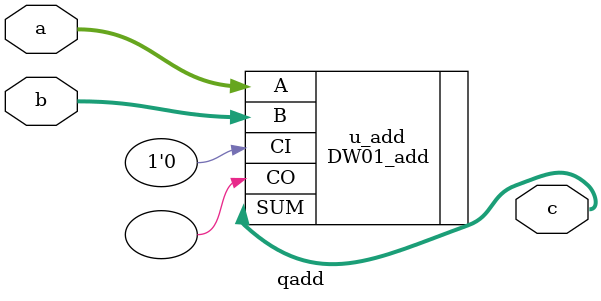
<source format=v>
`timescale 1ns/1ns
`define DWIDTH 8
`define AWIDTH 7
`define MEM_SIZE 128
`define MAT_MUL_SIZE 4
`define LOG2_MAT_MUL_SIZE 2
`define BB_MAT_MUL_SIZE `MAT_MUL_SIZE
`define NUM_CYCLES_IN_MAC 3


module matmul_16x16_systolic(
  clk,
  done_mat_mul,
  reset,
  start_mat_mul,
  a_data_0_0,
  a_addr_0_0,
  b_data_0_0,
  b_addr_0_0,
  a_data_1_0,
  a_addr_1_0,
  b_data_0_1,
  b_addr_0_1,
  a_data_2_0,
  a_addr_2_0,
  b_data_0_2,
  b_addr_0_2,
  a_data_3_0,
  a_addr_3_0,
  b_data_0_3,
  b_addr_0_3,

  c_data_row_0,
  c_data_row_1,
  c_data_row_2,
  c_data_row_3
);
  input clk;
  output done_mat_mul;

  input reset;
  input start_mat_mul;
  input [`BB_MAT_MUL_SIZE*`DWIDTH-1:0] a_data_0_0;
  input [`BB_MAT_MUL_SIZE*`DWIDTH-1:0] a_data_1_0;
  input [`BB_MAT_MUL_SIZE*`DWIDTH-1:0] a_data_2_0;
  input [`BB_MAT_MUL_SIZE*`DWIDTH-1:0] a_data_3_0;

  input [`BB_MAT_MUL_SIZE*`DWIDTH-1:0] b_data_0_0;
  input [`BB_MAT_MUL_SIZE*`DWIDTH-1:0] b_data_0_1;
  input [`BB_MAT_MUL_SIZE*`DWIDTH-1:0] b_data_0_2;
  input [`BB_MAT_MUL_SIZE*`DWIDTH-1:0] b_data_0_3;

  output [`BB_MAT_MUL_SIZE*`DWIDTH-1:0] c_data_row_0;
  output [`BB_MAT_MUL_SIZE*`DWIDTH-1:0] c_data_row_1;
  output [`BB_MAT_MUL_SIZE*`DWIDTH-1:0] c_data_row_2;
  output [`BB_MAT_MUL_SIZE*`DWIDTH-1:0] c_data_row_3;

  output [`AWIDTH-1:0] a_addr_0_0;
  output [`AWIDTH-1:0] a_addr_1_0;
  output [`AWIDTH-1:0] a_addr_2_0;
  output [`AWIDTH-1:0] a_addr_3_0;

  output [`AWIDTH-1:0] b_addr_0_0;
  output [`AWIDTH-1:0] b_addr_0_1;
  output [`AWIDTH-1:0] b_addr_0_2;
  output [`AWIDTH-1:0] b_addr_0_3;

  /////////////////////////////////////////////////
  // ORing all done signals
  /////////////////////////////////////////////////
  wire done_mat_mul_0_0;
  wire done_mat_mul_0_1;
  wire done_mat_mul_0_2;
  wire done_mat_mul_0_3;
  wire done_mat_mul_1_0;
  wire done_mat_mul_1_1;
  wire done_mat_mul_1_2;
  wire done_mat_mul_1_3;
  wire done_mat_mul_2_0;
  wire done_mat_mul_2_1;
  wire done_mat_mul_2_2;
  wire done_mat_mul_2_3;
  wire done_mat_mul_3_0;
  wire done_mat_mul_3_1;
  wire done_mat_mul_3_2;
  wire done_mat_mul_3_3;

  assign done_mat_mul = done_mat_mul_0_0;

  /////////////////////////////////////////////////
  // Matmul 0_0
  /////////////////////////////////////////////////

  wire [`BB_MAT_MUL_SIZE*`DWIDTH-1:0] a_data_0_0_to_0_1;
  wire [`BB_MAT_MUL_SIZE*`DWIDTH-1:0] b_data_0_0_to_1_0;
  wire [`BB_MAT_MUL_SIZE*`DWIDTH-1:0] a_data_in_0_0_NC;
  wire [`BB_MAT_MUL_SIZE*`DWIDTH-1:0] b_data_in_0_0_NC;
  wire [`BB_MAT_MUL_SIZE*`DWIDTH-1:0] c_data_0_0_to_0_1;

matmul_4x4_systolic u_matmul_4x4_systolic_0_0(
  .clk(clk),
  .reset(reset),
  .start_mat_mul(start_mat_mul),
  .done_mat_mul(done_mat_mul_0_0),
  .a_data(a_data_0_0),
  .b_data(b_data_0_0),
  .a_data_in(a_data_in_0_0_NC),
  .b_data_in(b_data_in_0_0_NC),
  .c_data_in({`BB_MAT_MUL_SIZE*`DWIDTH{1'b0}}),
  .c_data_out(c_data_0_0_to_0_1),
  .a_data_out(a_data_0_0_to_0_1),
  .b_data_out(b_data_0_0_to_1_0),
  .a_addr(a_addr_0_0),
  .b_addr(b_addr_0_0),
  .final_mat_mul_size(8'd16),
  .a_loc(8'd0),
  .b_loc(8'd0)
);

  /////////////////////////////////////////////////
  // Matmul 0_1
  /////////////////////////////////////////////////

  wire [`BB_MAT_MUL_SIZE*`DWIDTH-1:0] a_data_0_1_to_0_2;
  wire [`BB_MAT_MUL_SIZE*`DWIDTH-1:0] b_data_0_1_to_1_1;
  wire [`AWIDTH-1:0] a_addr_0_1_NC;
  wire [`BB_MAT_MUL_SIZE*`DWIDTH-1:0] a_data_0_1_NC;
  wire [`BB_MAT_MUL_SIZE*`DWIDTH-1:0] b_data_in_0_1_NC;
  wire [`BB_MAT_MUL_SIZE*`DWIDTH-1:0] c_data_0_1_to_0_2;

matmul_4x4_systolic u_matmul_4x4_systolic_0_1(
  .clk(clk),
  .reset(reset),
  .start_mat_mul(start_mat_mul),
  .done_mat_mul(done_mat_mul_0_1),
  .a_data(a_data_0_1_NC),
  .b_data(b_data_0_1),
  .a_data_in(a_data_0_0_to_0_1),
  .b_data_in(b_data_in_0_1_NC),
  .c_data_in(c_data_0_0_to_0_1),
  .c_data_out(c_data_0_1_to_0_2),
  .a_data_out(a_data_0_1_to_0_2),
  .b_data_out(b_data_0_1_to_1_1),
  .a_addr(a_addr_0_1_NC),
  .b_addr(b_addr_0_1),
  .final_mat_mul_size(8'd16),
  .a_loc(8'd0),
  .b_loc(8'd1)
);

  /////////////////////////////////////////////////
  // Matmul 0_2
  /////////////////////////////////////////////////

  wire [`BB_MAT_MUL_SIZE*`DWIDTH-1:0] a_data_0_2_to_0_3;
  wire [`BB_MAT_MUL_SIZE*`DWIDTH-1:0] b_data_0_2_to_1_2;
  wire [`AWIDTH-1:0] a_addr_0_2_NC;
  wire [`BB_MAT_MUL_SIZE*`DWIDTH-1:0] a_data_0_2_NC;
  wire [`BB_MAT_MUL_SIZE*`DWIDTH-1:0] b_data_in_0_2_NC;
  wire [`BB_MAT_MUL_SIZE*`DWIDTH-1:0] c_data_0_2_to_0_3;

matmul_4x4_systolic u_matmul_4x4_systolic_0_2(
  .clk(clk),
  .reset(reset),
  .start_mat_mul(start_mat_mul),
  .done_mat_mul(done_mat_mul_0_2),
  .a_data(a_data_0_2_NC),
  .b_data(b_data_0_2),
  .a_data_in(a_data_0_1_to_0_2),
  .b_data_in(b_data_in_0_2_NC),
  .c_data_in(c_data_0_1_to_0_2),
  .c_data_out(c_data_0_2_to_0_3),
  .a_data_out(a_data_0_2_to_0_3),
  .b_data_out(b_data_0_2_to_1_2),
  .a_addr(a_addr_0_2_NC),
  .b_addr(b_addr_0_2),
  .final_mat_mul_size(8'd16),
  .a_loc(8'd0),
  .b_loc(8'd2)
);

  /////////////////////////////////////////////////
  // Matmul 0_3
  /////////////////////////////////////////////////

  wire [`BB_MAT_MUL_SIZE*`DWIDTH-1:0] a_data_0_3_to_0_4;
  wire [`BB_MAT_MUL_SIZE*`DWIDTH-1:0] b_data_0_3_to_1_3;
  wire [`AWIDTH-1:0] a_addr_0_3_NC;
  wire [`BB_MAT_MUL_SIZE*`DWIDTH-1:0] a_data_0_3_NC;
  wire [`BB_MAT_MUL_SIZE*`DWIDTH-1:0] b_data_in_0_3_NC;

matmul_4x4_systolic u_matmul_4x4_systolic_0_3(
  .clk(clk),
  .reset(reset),
  .start_mat_mul(start_mat_mul),
  .done_mat_mul(done_mat_mul_0_3),
  .a_data(a_data_0_3_NC),
  .b_data(b_data_0_3),
  .a_data_in(a_data_0_2_to_0_3),
  .b_data_in(b_data_in_0_3_NC),
  .c_data_in(c_data_0_2_to_0_3),
  .c_data_out(c_data_row_0),
  .a_data_out(a_data_0_3_to_0_4),
  .b_data_out(b_data_0_3_to_1_3),
  .a_addr(a_addr_0_3_NC),
  .b_addr(b_addr_0_3),
  .final_mat_mul_size(8'd16),
  .a_loc(8'd0),
  .b_loc(8'd3)
);

  /////////////////////////////////////////////////
  // Matmul 1_0
  /////////////////////////////////////////////////

  wire [`BB_MAT_MUL_SIZE*`DWIDTH-1:0] a_data_1_0_to_1_1;
  wire [`BB_MAT_MUL_SIZE*`DWIDTH-1:0] b_data_1_0_to_2_0;
  wire [`AWIDTH-1:0] b_addr_1_0_NC;
  wire [`BB_MAT_MUL_SIZE*`DWIDTH-1:0] b_data_1_0_NC;
  wire [`BB_MAT_MUL_SIZE*`DWIDTH-1:0] a_data_in_1_0_NC;
  wire [`BB_MAT_MUL_SIZE*`DWIDTH-1:0] c_data_1_0_to_1_1;

matmul_4x4_systolic u_matmul_4x4_systolic_1_0(
  .clk(clk),
  .reset(reset),
  .start_mat_mul(start_mat_mul),
  .done_mat_mul(done_mat_mul_1_0),
  .a_data(a_data_1_0),
  .b_data(b_data_1_0_NC),
  .a_data_in(a_data_in_1_0_NC),
  .b_data_in(b_data_0_0_to_1_0),
  .c_data_in({`BB_MAT_MUL_SIZE*`DWIDTH{1'b0}}),
  .c_data_out(c_data_1_0_to_1_1),
  .a_data_out(a_data_1_0_to_1_1),
  .b_data_out(b_data_1_0_to_2_0),
  .a_addr(a_addr_1_0),
  .b_addr(b_addr_1_0_NC),
  .final_mat_mul_size(8'd16),
  .a_loc(8'd1),
  .b_loc(8'd0)
);

  /////////////////////////////////////////////////
  // Matmul 1_1
  /////////////////////////////////////////////////

  wire [`BB_MAT_MUL_SIZE*`DWIDTH-1:0] a_data_1_1_to_1_2;
  wire [`BB_MAT_MUL_SIZE*`DWIDTH-1:0] b_data_1_1_to_2_1;
  wire [`AWIDTH-1:0] a_addr_1_1_NC;
  wire [`AWIDTH-1:0] b_addr_1_1_NC;
  wire [`BB_MAT_MUL_SIZE*`DWIDTH-1:0] a_data_1_1_NC;
  wire [`BB_MAT_MUL_SIZE*`DWIDTH-1:0] b_data_1_1_NC;
  wire [`BB_MAT_MUL_SIZE*`DWIDTH-1:0] c_data_1_1_to_1_2;

matmul_4x4_systolic u_matmul_4x4_systolic_1_1(
  .clk(clk),
  .reset(reset),
  .start_mat_mul(start_mat_mul),
  .done_mat_mul(done_mat_mul_1_1),
  .a_data(a_data_1_1_NC),
  .b_data(b_data_1_1_NC),
  .a_data_in(a_data_1_0_to_1_1),
  .b_data_in(b_data_0_1_to_1_1),
  .c_data_in(c_data_1_0_to_1_1),
  .c_data_out(c_data_1_1_to_1_2),
  .a_data_out(a_data_1_1_to_1_2),
  .b_data_out(b_data_1_1_to_2_1),
  .a_addr(a_addr_1_1_NC),
  .b_addr(b_addr_1_1_NC),
  .final_mat_mul_size(8'd16),
  .a_loc(8'd1),
  .b_loc(8'd1)
);

  /////////////////////////////////////////////////
  // Matmul 1_2
  /////////////////////////////////////////////////

  wire [`BB_MAT_MUL_SIZE*`DWIDTH-1:0] a_data_1_2_to_1_3;
  wire [`BB_MAT_MUL_SIZE*`DWIDTH-1:0] b_data_1_2_to_2_2;
  wire [`AWIDTH-1:0] a_addr_1_2_NC;
  wire [`AWIDTH-1:0] b_addr_1_2_NC;
  wire [`BB_MAT_MUL_SIZE*`DWIDTH-1:0] a_data_1_2_NC;
  wire [`BB_MAT_MUL_SIZE*`DWIDTH-1:0] b_data_1_2_NC;
  wire [`BB_MAT_MUL_SIZE*`DWIDTH-1:0] c_data_1_2_to_1_3;

matmul_4x4_systolic u_matmul_4x4_systolic_1_2(
  .clk(clk),
  .reset(reset),
  .start_mat_mul(start_mat_mul),
  .done_mat_mul(done_mat_mul_1_2),
  .a_data(a_data_1_2_NC),
  .b_data(b_data_1_2_NC),
  .a_data_in(a_data_1_1_to_1_2),
  .b_data_in(b_data_0_2_to_1_2),
  .c_data_in(c_data_1_1_to_1_2),
  .c_data_out(c_data_1_2_to_1_3),
  .a_data_out(a_data_1_2_to_1_3),
  .b_data_out(b_data_1_2_to_2_2),
  .a_addr(a_addr_1_2_NC),
  .b_addr(b_addr_1_2_NC),
  .final_mat_mul_size(8'd16),
  .a_loc(8'd1),
  .b_loc(8'd2)
);

  /////////////////////////////////////////////////
  // Matmul 1_3
  /////////////////////////////////////////////////

  wire [`BB_MAT_MUL_SIZE*`DWIDTH-1:0] a_data_1_3_to_1_4;
  wire [`BB_MAT_MUL_SIZE*`DWIDTH-1:0] b_data_1_3_to_2_3;
  wire [`AWIDTH-1:0] a_addr_1_3_NC;
  wire [`AWIDTH-1:0] b_addr_1_3_NC;
  wire [`BB_MAT_MUL_SIZE*`DWIDTH-1:0] a_data_1_3_NC;
  wire [`BB_MAT_MUL_SIZE*`DWIDTH-1:0] b_data_1_3_NC;

matmul_4x4_systolic u_matmul_4x4_systolic_1_3(
  .clk(clk),
  .reset(reset),
  .start_mat_mul(start_mat_mul),
  .done_mat_mul(done_mat_mul_1_3),
  .a_data(a_data_1_3_NC),
  .b_data(b_data_1_3_NC),
  .a_data_in(a_data_1_2_to_1_3),
  .b_data_in(b_data_0_3_to_1_3),
  .c_data_in(c_data_1_2_to_1_3),
  .c_data_out(c_data_row_1),
  .a_data_out(a_data_1_3_to_1_4),
  .b_data_out(b_data_1_3_to_2_3),
  .a_addr(a_addr_1_3_NC),
  .b_addr(b_addr_1_3_NC),
  .final_mat_mul_size(8'd16),
  .a_loc(8'd1),
  .b_loc(8'd3)
);

  /////////////////////////////////////////////////
  // Matmul 2_0
  /////////////////////////////////////////////////

  wire [`BB_MAT_MUL_SIZE*`DWIDTH-1:0] a_data_2_0_to_2_1;
  wire [`BB_MAT_MUL_SIZE*`DWIDTH-1:0] b_data_2_0_to_3_0;
  wire [`AWIDTH-1:0] b_addr_2_0_NC;
  wire [`BB_MAT_MUL_SIZE*`DWIDTH-1:0] b_data_2_0_NC;
  wire [`BB_MAT_MUL_SIZE*`DWIDTH-1:0] a_data_in_2_0_NC;
  wire [`BB_MAT_MUL_SIZE*`DWIDTH-1:0] c_data_2_0_to_2_1;

matmul_4x4_systolic u_matmul_4x4_systolic_2_0(
  .clk(clk),
  .reset(reset),
  .start_mat_mul(start_mat_mul),
  .done_mat_mul(done_mat_mul_2_0),
  .a_data(a_data_2_0),
  .b_data(b_data_2_0_NC),
  .a_data_in(a_data_in_2_0_NC),
  .b_data_in(b_data_1_0_to_2_0),
  .c_data_in({`BB_MAT_MUL_SIZE*`DWIDTH{1'b0}}),
  .c_data_out(c_data_2_0_to_2_1),
  .a_data_out(a_data_2_0_to_2_1),
  .b_data_out(b_data_2_0_to_3_0),
  .a_addr(a_addr_2_0),
  .b_addr(b_addr_2_0_NC),
  .final_mat_mul_size(8'd16),
  .a_loc(8'd2),
  .b_loc(8'd0)
);

  /////////////////////////////////////////////////
  // Matmul 2_1
  /////////////////////////////////////////////////

  wire [`BB_MAT_MUL_SIZE*`DWIDTH-1:0] a_data_2_1_to_2_2;
  wire [`BB_MAT_MUL_SIZE*`DWIDTH-1:0] b_data_2_1_to_3_1;
  wire [`AWIDTH-1:0] a_addr_2_1_NC;
  wire [`AWIDTH-1:0] b_addr_2_1_NC;
  wire [`BB_MAT_MUL_SIZE*`DWIDTH-1:0] a_data_2_1_NC;
  wire [`BB_MAT_MUL_SIZE*`DWIDTH-1:0] b_data_2_1_NC;
  wire [`BB_MAT_MUL_SIZE*`DWIDTH-1:0] c_data_2_1_to_2_2;

matmul_4x4_systolic u_matmul_4x4_systolic_2_1(
  .clk(clk),
  .reset(reset),
  .start_mat_mul(start_mat_mul),
  .done_mat_mul(done_mat_mul_2_1),
  .a_data(a_data_2_1_NC),
  .b_data(b_data_2_1_NC),
  .a_data_in(a_data_2_0_to_2_1),
  .b_data_in(b_data_1_1_to_2_1),
  .c_data_in(c_data_2_0_to_2_1),
  .c_data_out(c_data_2_1_to_2_2),
  .a_data_out(a_data_2_1_to_2_2),
  .b_data_out(b_data_2_1_to_3_1),
  .a_addr(a_addr_2_1_NC),
  .b_addr(b_addr_2_1_NC),
  .final_mat_mul_size(8'd16),
  .a_loc(8'd2),
  .b_loc(8'd1)
);

  /////////////////////////////////////////////////
  // Matmul 2_2
  /////////////////////////////////////////////////

  wire [`BB_MAT_MUL_SIZE*`DWIDTH-1:0] a_data_2_2_to_2_3;
  wire [`BB_MAT_MUL_SIZE*`DWIDTH-1:0] b_data_2_2_to_3_2;
  wire [`AWIDTH-1:0] a_addr_2_2_NC;
  wire [`AWIDTH-1:0] b_addr_2_2_NC;
  wire [`BB_MAT_MUL_SIZE*`DWIDTH-1:0] a_data_2_2_NC;
  wire [`BB_MAT_MUL_SIZE*`DWIDTH-1:0] b_data_2_2_NC;
  wire [`BB_MAT_MUL_SIZE*`DWIDTH-1:0] c_data_2_2_to_2_3;

matmul_4x4_systolic u_matmul_4x4_systolic_2_2(
  .clk(clk),
  .reset(reset),
  .start_mat_mul(start_mat_mul),
  .done_mat_mul(done_mat_mul_2_2),
  .a_data(a_data_2_2_NC),
  .b_data(b_data_2_2_NC),
  .a_data_in(a_data_2_1_to_2_2),
  .b_data_in(b_data_1_2_to_2_2),
  .c_data_in(c_data_2_1_to_2_2),
  .c_data_out(c_data_2_2_to_2_3),
  .a_data_out(a_data_2_2_to_2_3),
  .b_data_out(b_data_2_2_to_3_2),
  .a_addr(a_addr_2_2_NC),
  .b_addr(b_addr_2_2_NC),
  .final_mat_mul_size(8'd16),
  .a_loc(8'd2),
  .b_loc(8'd2)
);

  /////////////////////////////////////////////////
  // Matmul 2_3
  /////////////////////////////////////////////////

  wire [`BB_MAT_MUL_SIZE*`DWIDTH-1:0] a_data_2_3_to_2_4;
  wire [`BB_MAT_MUL_SIZE*`DWIDTH-1:0] b_data_2_3_to_3_3;
  wire [`AWIDTH-1:0] a_addr_2_3_NC;
  wire [`AWIDTH-1:0] b_addr_2_3_NC;
  wire [`BB_MAT_MUL_SIZE*`DWIDTH-1:0] a_data_2_3_NC;
  wire [`BB_MAT_MUL_SIZE*`DWIDTH-1:0] b_data_2_3_NC;

matmul_4x4_systolic u_matmul_4x4_systolic_2_3(
  .clk(clk),
  .reset(reset),
  .start_mat_mul(start_mat_mul),
  .done_mat_mul(done_mat_mul_2_3),
  .a_data(a_data_2_3_NC),
  .b_data(b_data_2_3_NC),
  .a_data_in(a_data_2_2_to_2_3),
  .b_data_in(b_data_1_3_to_2_3),
  .c_data_in(c_data_2_2_to_2_3),
  .c_data_out(c_data_row_2),
  .a_data_out(a_data_2_3_to_2_4),
  .b_data_out(b_data_2_3_to_3_3),
  .a_addr(a_addr_2_3_NC),
  .b_addr(b_addr_2_3_NC),
  .final_mat_mul_size(8'd16),
  .a_loc(8'd2),
  .b_loc(8'd3)
);

  /////////////////////////////////////////////////
  // Matmul 3_0
  /////////////////////////////////////////////////

  wire [`BB_MAT_MUL_SIZE*`DWIDTH-1:0] a_data_3_0_to_3_1;
  wire [`BB_MAT_MUL_SIZE*`DWIDTH-1:0] b_data_3_0_to_4_0;
  wire [`AWIDTH-1:0] b_addr_3_0_NC;
  wire [`BB_MAT_MUL_SIZE*`DWIDTH-1:0] b_data_3_0_NC;
  wire [`BB_MAT_MUL_SIZE*`DWIDTH-1:0] a_data_in_3_0_NC;
  wire [`BB_MAT_MUL_SIZE*`DWIDTH-1:0] c_data_3_0_to_3_1;

matmul_4x4_systolic u_matmul_4x4_systolic_3_0(
  .clk(clk),
  .reset(reset),
  .start_mat_mul(start_mat_mul),
  .done_mat_mul(done_mat_mul_3_0),
  .a_data(a_data_3_0),
  .b_data(b_data_3_0_NC),
  .a_data_in(a_data_in_3_0_NC),
  .b_data_in(b_data_2_0_to_3_0),
  .c_data_in({`BB_MAT_MUL_SIZE*`DWIDTH{1'b0}}),
  .c_data_out(c_data_3_0_to_3_1),
  .a_data_out(a_data_3_0_to_3_1),
  .b_data_out(b_data_3_0_to_4_0),
  .a_addr(a_addr_3_0),
  .b_addr(b_addr_3_0_NC),
  .final_mat_mul_size(8'd16),
  .a_loc(8'd3),
  .b_loc(8'd0)
);

  /////////////////////////////////////////////////
  // Matmul 3_1
  /////////////////////////////////////////////////

  wire [`BB_MAT_MUL_SIZE*`DWIDTH-1:0] a_data_3_1_to_3_2;
  wire [`BB_MAT_MUL_SIZE*`DWIDTH-1:0] b_data_3_1_to_4_1;
  wire [`AWIDTH-1:0] a_addr_3_1_NC;
  wire [`AWIDTH-1:0] b_addr_3_1_NC;
  wire [`BB_MAT_MUL_SIZE*`DWIDTH-1:0] a_data_3_1_NC;
  wire [`BB_MAT_MUL_SIZE*`DWIDTH-1:0] b_data_3_1_NC;
  wire [`BB_MAT_MUL_SIZE*`DWIDTH-1:0] c_data_3_1_to_3_2;

matmul_4x4_systolic u_matmul_4x4_systolic_3_1(
  .clk(clk),
  .reset(reset),
  .start_mat_mul(start_mat_mul),
  .done_mat_mul(done_mat_mul_3_1),
  .a_data(a_data_3_1_NC),
  .b_data(b_data_3_1_NC),
  .a_data_in(a_data_3_0_to_3_1),
  .b_data_in(b_data_2_1_to_3_1),
  .c_data_in(c_data_3_0_to_3_1),
  .c_data_out(c_data_3_1_to_3_2),
  .a_data_out(a_data_3_1_to_3_2),
  .b_data_out(b_data_3_1_to_4_1),
  .a_addr(a_addr_3_1_NC),
  .b_addr(b_addr_3_1_NC),
  .final_mat_mul_size(8'd16),
  .a_loc(8'd3),
  .b_loc(8'd1)
);

  /////////////////////////////////////////////////
  // Matmul 3_2
  /////////////////////////////////////////////////

  wire [`BB_MAT_MUL_SIZE*`DWIDTH-1:0] a_data_3_2_to_3_3;
  wire [`BB_MAT_MUL_SIZE*`DWIDTH-1:0] b_data_3_2_to_4_2;
  wire [`AWIDTH-1:0] a_addr_3_2_NC;
  wire [`AWIDTH-1:0] b_addr_3_2_NC;
  wire [`BB_MAT_MUL_SIZE*`DWIDTH-1:0] a_data_3_2_NC;
  wire [`BB_MAT_MUL_SIZE*`DWIDTH-1:0] b_data_3_2_NC;
  wire [`BB_MAT_MUL_SIZE*`DWIDTH-1:0] c_data_3_2_to_3_3;

matmul_4x4_systolic u_matmul_4x4_systolic_3_2(
  .clk(clk),
  .reset(reset),
  .start_mat_mul(start_mat_mul),
  .done_mat_mul(done_mat_mul_3_2),
  .a_data(a_data_3_2_NC),
  .b_data(b_data_3_2_NC),
  .a_data_in(a_data_3_1_to_3_2),
  .b_data_in(b_data_2_2_to_3_2),
  .c_data_in(c_data_3_1_to_3_2),
  .c_data_out(c_data_3_2_to_3_3),
  .a_data_out(a_data_3_2_to_3_3),
  .b_data_out(b_data_3_2_to_4_2),
  .a_addr(a_addr_3_2_NC),
  .b_addr(b_addr_3_2_NC),
  .final_mat_mul_size(8'd16),
  .a_loc(8'd3),
  .b_loc(8'd2)
);

  /////////////////////////////////////////////////
  // Matmul 3_3
  /////////////////////////////////////////////////

  wire [`BB_MAT_MUL_SIZE*`DWIDTH-1:0] a_data_3_3_to_3_4;
  wire [`BB_MAT_MUL_SIZE*`DWIDTH-1:0] b_data_3_3_to_4_3;
  wire [`AWIDTH-1:0] a_addr_3_3_NC;
  wire [`AWIDTH-1:0] b_addr_3_3_NC;
  wire [`BB_MAT_MUL_SIZE*`DWIDTH-1:0] a_data_3_3_NC;
  wire [`BB_MAT_MUL_SIZE*`DWIDTH-1:0] b_data_3_3_NC;

matmul_4x4_systolic u_matmul_4x4_systolic_3_3(
  .clk(clk),
  .reset(reset),
  .start_mat_mul(start_mat_mul),
  .done_mat_mul(done_mat_mul_3_3),
  .a_data(a_data_3_3_NC),
  .b_data(b_data_3_3_NC),
  .a_data_in(a_data_3_2_to_3_3),
  .b_data_in(b_data_2_3_to_3_3),
  .c_data_in(c_data_3_2_to_3_3),
  .c_data_out(c_data_row_3),
  .a_data_out(a_data_3_3_to_3_4),
  .b_data_out(b_data_3_3_to_4_3),
  .a_addr(a_addr_3_3_NC),
  .b_addr(b_addr_3_3_NC),
  .final_mat_mul_size(8'd16),
  .a_loc(8'd3),
  .b_loc(8'd3)
);

endmodule


module matmul_4x4_systolic(
 clk,
 reset,
 start_mat_mul,
 done_mat_mul,
 a_data,
 b_data,
 a_data_in, //Data values coming in from previous matmul - systolic connections
 b_data_in,
 c_data_in, //Data values coming in from previous matmul - systolic shifting
 c_data_out, //Data values going out to next matmul - systolic shifting
 a_data_out,
 b_data_out,
 a_addr,
 b_addr,
 final_mat_mul_size,
 a_loc,
 b_loc
);

 input clk;
 input reset;
 input start_mat_mul;
 output done_mat_mul;
 input [4*`DWIDTH-1:0] a_data;
 input [4*`DWIDTH-1:0] b_data;
 input [4*`DWIDTH-1:0] a_data_in;
 input [4*`DWIDTH-1:0] b_data_in;
 input [4*`DWIDTH-1:0] c_data_in;
 output [4*`DWIDTH-1:0] c_data_out;
 output [4*`DWIDTH-1:0] a_data_out;
 output [4*`DWIDTH-1:0] b_data_out;
 output [`AWIDTH-1:0] a_addr;
 output [`AWIDTH-1:0] b_addr;
 input [7:0] final_mat_mul_size;
 input [7:0] a_loc;
 input [7:0] b_loc;

reg done_mat_mul;
wire clk_cnt_cout_NC;
wire [6:0] clk_cnt_inc;
reg [6:0] clk_cnt;

//adder u_add_clk_cnt(.a(1'b1), .b(clk_cnt), .cin(1'b0), .sumout(clk_cnt_inc), .cout(clk_cnt_cout_NC));

always @(posedge clk) begin
  if (reset || ~start_mat_mul) begin
    clk_cnt <= 0;
    done_mat_mul <= 0;
  end
  //else if (clk_cnt == 4*final_mat_mul_size-2+4) begin
  //Writing the line above to avoid multiplication:
  else if (clk_cnt == (final_mat_mul_size<<2)+2) begin
      done_mat_mul <= 1;
  end
  else if (done_mat_mul == 0) begin
      clk_cnt <= clk_cnt + 1;
      //clk_cnt <= clk_cnt_inc;
  end    
end
 
reg [`AWIDTH-1:0] a_addr;
always @(posedge clk) begin
  if (reset || ~start_mat_mul) begin
    a_addr <= `MEM_SIZE-1;//a_loc*16;
  end
  //else if (clk_cnt >= a_loc*`MAT_MUL_SIZE+final_mat_mul_size) begin
  //Writing the line above to avoid multiplication:
  else if (clk_cnt >= (a_loc<<`LOG2_MAT_MUL_SIZE)+final_mat_mul_size) begin
    a_addr <= `MEM_SIZE-1; 
  end
  //else if ((clk_cnt >= a_loc*`MAT_MUL_SIZE) && (clk_cnt < a_loc*`MAT_MUL_SIZE+final_mat_mul_size)) begin
  //Writing the line above to avoid multiplication:
  else if ((clk_cnt >= (a_loc<<`LOG2_MAT_MUL_SIZE)) && (clk_cnt < (a_loc<<`LOG2_MAT_MUL_SIZE)+final_mat_mul_size)) begin
    a_addr <= a_addr + 1;
  end
end  

wire [`DWIDTH-1:0] a0_data;
wire [`DWIDTH-1:0] a1_data;
wire [`DWIDTH-1:0] a2_data;
wire [`DWIDTH-1:0] a3_data;
assign a0_data = a_data[`DWIDTH-1:0];
assign a1_data = a_data[2*`DWIDTH-1:`DWIDTH];
assign a2_data = a_data[3*`DWIDTH-1:2*`DWIDTH];
assign a3_data = a_data[4*`DWIDTH-1:3*`DWIDTH];

wire [`DWIDTH-1:0] a0_data_in;
wire [`DWIDTH-1:0] a1_data_in;
wire [`DWIDTH-1:0] a2_data_in;
wire [`DWIDTH-1:0] a3_data_in;
assign a0_data_in = a_data_in[`DWIDTH-1:0];
assign a1_data_in = a_data_in[2*`DWIDTH-1:`DWIDTH];
assign a2_data_in = a_data_in[3*`DWIDTH-1:2*`DWIDTH];
assign a3_data_in = a_data_in[4*`DWIDTH-1:3*`DWIDTH];

reg [`DWIDTH-1:0] a1_data_delayed_1;
reg [`DWIDTH-1:0] a2_data_delayed_1;
reg [`DWIDTH-1:0] a2_data_delayed_2;
reg [`DWIDTH-1:0] a3_data_delayed_1;
reg [`DWIDTH-1:0] a3_data_delayed_2;
reg [`DWIDTH-1:0] a3_data_delayed_3;
always @(posedge clk) begin
  if (reset || ~start_mat_mul || clk_cnt==0) begin
    a1_data_delayed_1 <= 0;
    a2_data_delayed_1 <= 0;
    a2_data_delayed_2 <= 0;
    a3_data_delayed_1 <= 0;
    a3_data_delayed_2 <= 0;
    a3_data_delayed_3 <= 0;
  end
  else begin
    a1_data_delayed_1 <= a1_data;
    a2_data_delayed_1 <= a2_data;
    a2_data_delayed_2 <= a2_data_delayed_1;
    a3_data_delayed_1 <= a3_data;
    a3_data_delayed_2 <= a3_data_delayed_1;
    a3_data_delayed_3 <= a3_data_delayed_2;
  end
end

reg [`AWIDTH-1:0] b_addr;
always @(posedge clk) begin
  if (reset || ~start_mat_mul) begin
    b_addr <= `MEM_SIZE-1;//b_loc*16;
  end
  //else if (clk_cnt >= b_loc*`MAT_MUL_SIZE+final_mat_mul_size) begin
  //Writing the line above to avoid multiplication:
  else if (clk_cnt >= (b_loc<<`LOG2_MAT_MUL_SIZE)+final_mat_mul_size) begin
    b_addr <= `MEM_SIZE-1;
  end
  //else if ((clk_cnt >= b_loc*`MAT_MUL_SIZE) && (clk_cnt < b_loc*`MAT_MUL_SIZE+final_mat_mul_size)) begin
  //Writing the line above to avoid multiplication:
  else if ((clk_cnt >= (b_loc<<`LOG2_MAT_MUL_SIZE)) && (clk_cnt < (b_loc<<`LOG2_MAT_MUL_SIZE)+final_mat_mul_size)) begin
    b_addr <= b_addr + 1;
  end
end  

wire [`DWIDTH-1:0] b0_data;
wire [`DWIDTH-1:0] b1_data;
wire [`DWIDTH-1:0] b2_data;
wire [`DWIDTH-1:0] b3_data;
assign b0_data = b_data[`DWIDTH-1:0];
assign b1_data = b_data[2*`DWIDTH-1:`DWIDTH];
assign b2_data = b_data[3*`DWIDTH-1:2*`DWIDTH];
assign b3_data = b_data[4*`DWIDTH-1:3*`DWIDTH];

wire [`DWIDTH-1:0] b0_data_in;
wire [`DWIDTH-1:0] b1_data_in;
wire [`DWIDTH-1:0] b2_data_in;
wire [`DWIDTH-1:0] b3_data_in;
assign b0_data_in = b_data_in[`DWIDTH-1:0];
assign b1_data_in = b_data_in[2*`DWIDTH-1:`DWIDTH];
assign b2_data_in = b_data_in[3*`DWIDTH-1:2*`DWIDTH];
assign b3_data_in = b_data_in[4*`DWIDTH-1:3*`DWIDTH];

reg [`DWIDTH-1:0] b1_data_delayed_1;
reg [`DWIDTH-1:0] b2_data_delayed_1;
reg [`DWIDTH-1:0] b2_data_delayed_2;
reg [`DWIDTH-1:0] b3_data_delayed_1;
reg [`DWIDTH-1:0] b3_data_delayed_2;
reg [`DWIDTH-1:0] b3_data_delayed_3;
always @(posedge clk) begin
  if (reset || ~start_mat_mul || clk_cnt==0) begin
    b1_data_delayed_1 <= 0;
    b2_data_delayed_1 <= 0;
    b2_data_delayed_2 <= 0;
    b3_data_delayed_1 <= 0;
    b3_data_delayed_2 <= 0;
    b3_data_delayed_3 <= 0;
  end
  else begin
    b1_data_delayed_1 <= b1_data;
    b2_data_delayed_1 <= b2_data;
    b2_data_delayed_2 <= b2_data_delayed_1;
    b3_data_delayed_1 <= b3_data;
    b3_data_delayed_2 <= b3_data_delayed_1;
    b3_data_delayed_3 <= b3_data_delayed_2;
  end
end


wire [`DWIDTH-1:0] a0;
wire [`DWIDTH-1:0] a1;
wire [`DWIDTH-1:0] a2;
wire [`DWIDTH-1:0] a3;
wire [`DWIDTH-1:0] b0;
wire [`DWIDTH-1:0] b1;
wire [`DWIDTH-1:0] b2;
wire [`DWIDTH-1:0] b3;

//If b_loc is 0, that means this matmul block is on the top-row of the
//final large matmul. In that case, b will take inputs from mem.
//If b_loc != 0, that means this matmul block is not on the top-row of the
//final large matmul. In that case, b will take inputs from the matmul on top
//of this one.
assign a0 = (b_loc==0) ? a0_data           : a0_data_in;
assign a1 = (b_loc==0) ? a1_data_delayed_1 : a1_data_in;
assign a2 = (b_loc==0) ? a2_data_delayed_2 : a2_data_in;
assign a3 = (b_loc==0) ? a3_data_delayed_3 : a3_data_in;

//If a_loc is 0, that means this matmul block is on the left-col of the
//final large matmul. In that case, a will take inputs from mem.
//If a_loc != 0, that means this matmul block is not on the left-col of the
//final large matmul. In that case, a will take inputs from the matmul on left
//of this one.
assign b0 = (a_loc==0) ? b0_data           : b0_data_in;
assign b1 = (a_loc==0) ? b1_data_delayed_1 : b1_data_in;
assign b2 = (a_loc==0) ? b2_data_delayed_2 : b2_data_in;
assign b3 = (a_loc==0) ? b3_data_delayed_3 : b3_data_in;

wire [`DWIDTH-1:0] a00to01, a01to02, a02to03, a03to04;
wire [`DWIDTH-1:0] a10to11, a11to12, a12to13, a13to14;
wire [`DWIDTH-1:0] a20to21, a21to22, a22to23, a23to24;
wire [`DWIDTH-1:0] a30to31, a31to32, a32to33, a33to34;

wire [`DWIDTH-1:0] b00to10, b10to20, b20to30, b30to40; 
wire [`DWIDTH-1:0] b01to11, b11to21, b21to31, b31to41;
wire [`DWIDTH-1:0] b02to12, b12to22, b22to32, b32to42;
wire [`DWIDTH-1:0] b03to13, b13to23, b23to33, b33to43;

wire [`DWIDTH-1:0] cin_row0;
wire [`DWIDTH-1:0] cin_row1;
wire [`DWIDTH-1:0] cin_row2;
wire [`DWIDTH-1:0] cin_row3;
reg [4*`DWIDTH-1:0] row0_shift_reg;
reg [4*`DWIDTH-1:0] row1_shift_reg;
reg [4*`DWIDTH-1:0] row2_shift_reg;
reg [4*`DWIDTH-1:0] row3_shift_reg;
wire row0_latch_en;
wire row1_latch_en;
wire row2_latch_en;
wire row3_latch_en;

wire [`DWIDTH-1:0] matrixC00;
wire [`DWIDTH-1:0] matrixC01;
wire [`DWIDTH-1:0] matrixC02;
wire [`DWIDTH-1:0] matrixC03;
wire [`DWIDTH-1:0] matrixC10;
wire [`DWIDTH-1:0] matrixC11;
wire [`DWIDTH-1:0] matrixC12;
wire [`DWIDTH-1:0] matrixC13;
wire [`DWIDTH-1:0] matrixC20;
wire [`DWIDTH-1:0] matrixC21;
wire [`DWIDTH-1:0] matrixC22;
wire [`DWIDTH-1:0] matrixC23;
wire [`DWIDTH-1:0] matrixC30;
wire [`DWIDTH-1:0] matrixC31;
wire [`DWIDTH-1:0] matrixC32;
wire [`DWIDTH-1:0] matrixC33;

assign cin_row0 = c_data_in[`DWIDTH-1:0];
assign cin_row1 = c_data_in[2*`DWIDTH-1:`DWIDTH];
assign cin_row2 = c_data_in[3*`DWIDTH-1:2*`DWIDTH];
assign cin_row3 = c_data_in[4*`DWIDTH-1:3*`DWIDTH];

//assign row0_latch_en = (clk_cnt==(`MAT_MUL_SIZE + (a_loc+b_loc) * `BB_MAT_MUL_SIZE + 7 +  `NUM_CYCLES_IN_MAC - 1));
//assign row1_latch_en = (clk_cnt==(`MAT_MUL_SIZE + (a_loc+b_loc) * `BB_MAT_MUL_SIZE + 8 +  `NUM_CYCLES_IN_MAC - 1));
//assign row2_latch_en = (clk_cnt==(`MAT_MUL_SIZE + (a_loc+b_loc) * `BB_MAT_MUL_SIZE + 9 +  `NUM_CYCLES_IN_MAC - 1));
//assign row3_latch_en = (clk_cnt==(`MAT_MUL_SIZE + (a_loc+b_loc) * `BB_MAT_MUL_SIZE + 10 + `NUM_CYCLES_IN_MAC - 1));
//Writing the line above to avoid multiplication:
assign row0_latch_en = (clk_cnt==(`MAT_MUL_SIZE + ((a_loc+b_loc) << `LOG2_MAT_MUL_SIZE) + 7 +  `NUM_CYCLES_IN_MAC - 1));
assign row1_latch_en = (clk_cnt==(`MAT_MUL_SIZE + ((a_loc+b_loc) << `LOG2_MAT_MUL_SIZE) + 8 +  `NUM_CYCLES_IN_MAC - 1));
assign row2_latch_en = (clk_cnt==(`MAT_MUL_SIZE + ((a_loc+b_loc) << `LOG2_MAT_MUL_SIZE) + 9 +  `NUM_CYCLES_IN_MAC - 1));
assign row3_latch_en = (clk_cnt==(`MAT_MUL_SIZE + ((a_loc+b_loc) << `LOG2_MAT_MUL_SIZE) + 10 + `NUM_CYCLES_IN_MAC - 1));

always @(posedge clk) begin
  if (reset) begin
      row0_shift_reg <= 0;
  end else if (row0_latch_en) begin
      row0_shift_reg <= {matrixC03, matrixC02, matrixC01, matrixC00};
  end else begin    
      row0_shift_reg <= {cin_row0, row0_shift_reg[4*`DWIDTH-1:`DWIDTH]};
  end
end    

always @(posedge clk) begin
  if (reset) begin
      row1_shift_reg <= 0;
  end else if (row1_latch_en) begin
      row1_shift_reg <= {matrixC13, matrixC12, matrixC11, matrixC10};
  end else begin    
      row1_shift_reg <= {cin_row1, row1_shift_reg[4*`DWIDTH-1:`DWIDTH]};
  end
end

always @(posedge clk) begin
  if (reset) begin
      row2_shift_reg <= 0;
  end else if (row2_latch_en) begin
      row2_shift_reg <= {matrixC23, matrixC22, matrixC21, matrixC20};
  end else begin    
      row2_shift_reg <= {cin_row2, row2_shift_reg[4*`DWIDTH-1:`DWIDTH]};
  end
end

always @(posedge clk) begin
  if (reset) begin
      row3_shift_reg <= 0;
  end else if (row3_latch_en) begin
      row3_shift_reg <= {matrixC33, matrixC32, matrixC31, matrixC30};
  end else begin    
      row3_shift_reg <= {cin_row3, row3_shift_reg[4*`DWIDTH-1:`DWIDTH]};
  end
end

processing_element pe00(.reset(reset), .clk(clk),  .in_a(a0),      .in_b(b0),  .out_a(a00to01), .out_b(b00to10), .out_c(matrixC00));
processing_element pe01(.reset(reset), .clk(clk),  .in_a(a00to01), .in_b(b1),  .out_a(a01to02), .out_b(b01to11), .out_c(matrixC01));
processing_element pe02(.reset(reset), .clk(clk),  .in_a(a01to02), .in_b(b2),  .out_a(a02to03), .out_b(b02to12), .out_c(matrixC02));
processing_element pe03(.reset(reset), .clk(clk),  .in_a(a02to03), .in_b(b3),  .out_a(a03to04), .out_b(b03to13), .out_c(matrixC03));

processing_element pe10(.reset(reset), .clk(clk),  .in_a(a1),      .in_b(b00to10), .out_a(a10to11), .out_b(b10to20), .out_c(matrixC10));
processing_element pe11(.reset(reset), .clk(clk),  .in_a(a10to11), .in_b(b01to11), .out_a(a11to12), .out_b(b11to21), .out_c(matrixC11));
processing_element pe12(.reset(reset), .clk(clk),  .in_a(a11to12), .in_b(b02to12), .out_a(a12to13), .out_b(b12to22), .out_c(matrixC12));
processing_element pe13(.reset(reset), .clk(clk),  .in_a(a12to13), .in_b(b03to13), .out_a(a13to14), .out_b(b13to23), .out_c(matrixC13));

processing_element pe20(.reset(reset), .clk(clk),  .in_a(a2),      .in_b(b10to20), .out_a(a20to21), .out_b(b20to30), .out_c(matrixC20));
processing_element pe21(.reset(reset), .clk(clk),  .in_a(a20to21), .in_b(b11to21), .out_a(a21to22), .out_b(b21to31), .out_c(matrixC21));
processing_element pe22(.reset(reset), .clk(clk),  .in_a(a21to22), .in_b(b12to22), .out_a(a22to23), .out_b(b22to32), .out_c(matrixC22));
processing_element pe23(.reset(reset), .clk(clk),  .in_a(a22to23), .in_b(b13to23), .out_a(a23to24), .out_b(b23to33), .out_c(matrixC23));

processing_element pe30(.reset(reset), .clk(clk),  .in_a(a3),      .in_b(b20to30), .out_a(a30to31), .out_b(b30to40), .out_c(matrixC30));
processing_element pe31(.reset(reset), .clk(clk),  .in_a(a30to31), .in_b(b21to31), .out_a(a31to32), .out_b(b31to41), .out_c(matrixC31));
processing_element pe32(.reset(reset), .clk(clk),  .in_a(a31to32), .in_b(b22to32), .out_a(a32to33), .out_b(b32to42), .out_c(matrixC32));
processing_element pe33(.reset(reset), .clk(clk),  .in_a(a32to33), .in_b(b23to33), .out_a(a33to34), .out_b(b33to43), .out_c(matrixC33));

assign a_data_out = {a33to34,a23to24,a13to14,a03to04};
assign b_data_out = {b33to43,b32to42,b31to41,b30to40};
assign c_data_out = {row3_shift_reg[`DWIDTH-1:0], row2_shift_reg[`DWIDTH-1:0], row1_shift_reg[`DWIDTH-1:0], row0_shift_reg[`DWIDTH-1:0]};
endmodule



module processing_element(
 reset, 
 clk, 
 in_a,
 in_b, 
 out_a, 
 out_b, 
 out_c
 );

 input reset;
 input clk;
 input  [`DWIDTH-1:0] in_a;
 input  [`DWIDTH-1:0] in_b;
 output [`DWIDTH-1:0] out_a;
 output [`DWIDTH-1:0] out_b;
 output [`DWIDTH-1:0] out_c;  //reduced precision

 reg [`DWIDTH-1:0] out_a;
 reg [`DWIDTH-1:0] out_b;
 wire [`DWIDTH-1:0] out_c;

 wire [`DWIDTH-1:0] out_mac;

 assign out_c = out_mac;

 seq_mac u_mac(.a(in_a), .b(in_b), .out(out_mac), .reset(reset), .clk(clk));

 always @(posedge clk)begin
    if(reset) begin
      out_a<=0;
      out_b<=0;
    end
    else begin  
      out_a<=in_a;
      out_b<=in_b;
    end
 end
 
endmodule

module seq_mac(a, b, out, reset, clk);
input [`DWIDTH-1:0] a;
input [`DWIDTH-1:0] b;
input reset;
input clk;
output [`DWIDTH-1:0] out;

reg [`DWIDTH-1:0] out;
wire [`DWIDTH-1:0] mul_out;
wire [`DWIDTH-1:0] add_out;

reg [`DWIDTH-1:0] a_flopped;
reg [`DWIDTH-1:0] b_flopped;

wire [2*`DWIDTH-1:0] mul_out_temp;
reg [2*`DWIDTH-1:0] mul_out_temp_reg;

always @(posedge clk) begin
  if (reset) begin
    a_flopped <= 0;
    b_flopped <= 0;
  end else begin
    a_flopped <= a;
    b_flopped <= b;
  end
end

//assign mul_out = a * b;
qmult mult_u1(.i_multiplicand(a_flopped), .i_multiplier(b_flopped), .o_result(mul_out_temp));

always @(posedge clk) begin
  if (reset) begin
    mul_out_temp_reg <= 0;
  end else begin
    mul_out_temp_reg <= mul_out_temp;
  end
end

//down cast the result
assign mul_out = 
    (mul_out_temp_reg[2*`DWIDTH-1] == 0) ?  //positive number
        (
           (|(mul_out_temp_reg[2*`DWIDTH-2 : `DWIDTH-1])) ?  //is any bit from 14:7 is 1, that means overlfow
             {mul_out_temp_reg[2*`DWIDTH-1] , {(`DWIDTH-1){1'b1}}} : //sign bit and then all 1s
             {mul_out_temp_reg[2*`DWIDTH-1] , mul_out_temp_reg[`DWIDTH-2:0]} 
        )
        : //negative number
        (
           (|(mul_out_temp_reg[2*`DWIDTH-2 : `DWIDTH-1])) ?  //is any bit from 14:7 is 0, that means overlfow
             {mul_out_temp_reg[2*`DWIDTH-1] , mul_out_temp_reg[`DWIDTH-2:0]} :
             {mul_out_temp_reg[2*`DWIDTH-1] , {(`DWIDTH-1){1'b0}}} //sign bit and then all 0s
        );


//we just truncate the higher bits of the product
//assign add_out = mul_out + out;
qadd add_u1(.a(out), .b(mul_out), .c(add_out));

always @(posedge clk) begin
  if (reset) begin
    out <= 0;
  end else begin
    out <= add_out;
  end
end

endmodule

module qmult(i_multiplicand,i_multiplier,o_result);
input [`DWIDTH-1:0] i_multiplicand;
input [`DWIDTH-1:0] i_multiplier;
output [2*`DWIDTH-1:0] o_result;

//assign o_result = i_multiplicand * i_multiplier;
DW02_mult #(`DWIDTH,`DWIDTH) u_mult(.A(i_multiplicand), .B(i_multiplier), .TC(1'b1), .PRODUCT(o_result));

endmodule

module qadd(a,b,c);
input [`DWIDTH-1:0] a;
input [`DWIDTH-1:0] b;
output [`DWIDTH-1:0] c;

//assign c = a + b;
DW01_add #(`DWIDTH) u_add(.A(a), .B(b), .CI(1'b0), .SUM(c), .CO());
endmodule


</source>
